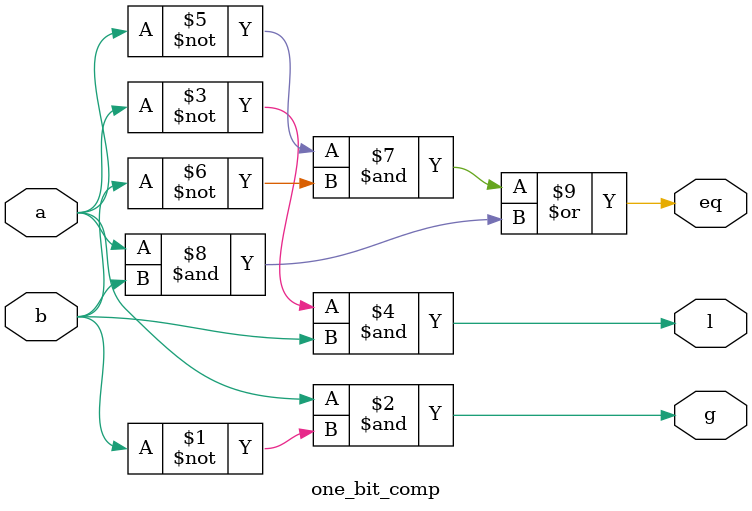
<source format=v>
module one_bit_comp(a,b,g,eq,l);

	input a,b;
	output g,eq,l;
	assign g=(a&~b);
	assign l=(~a&b);
	assign eq=(~a&~b)|(a&b);
	
endmodule


</source>
